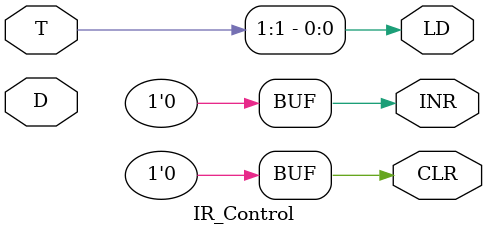
<source format=v>
`timescale 1ns / 1ps

module IR_Control(D, T, CLR, INR, LD);

    input [7:0] D, T;
    output INR, CLR, LD;
    
    assign INR = 0;
    assign CLR = 0;
    assign LD = T[1];
endmodule

</source>
